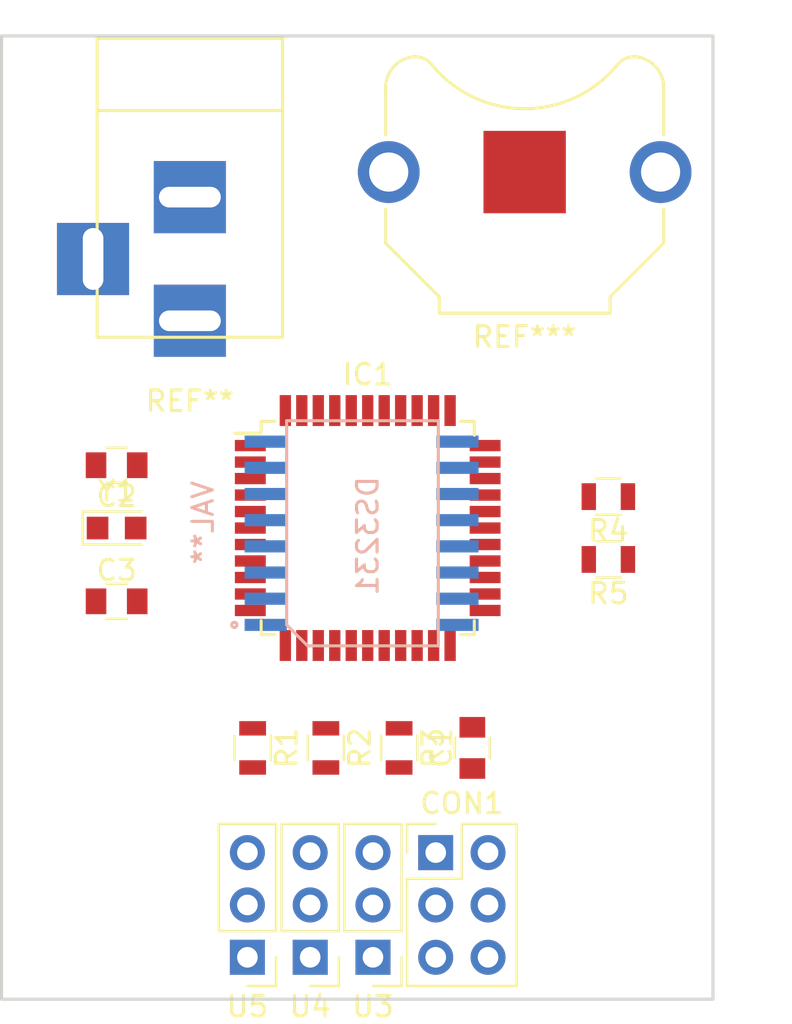
<source format=kicad_pcb>
(kicad_pcb (version 4) (host pcbnew 4.0.5)

  (general
    (links 0)
    (no_connects 24)
    (area 141.148999 56.820999 175.843001 103.707001)
    (thickness 1.6)
    (drawings 5)
    (tracks 0)
    (zones 0)
    (modules 17)
    (nets 33)
  )

  (page A4)
  (layers
    (0 F.Cu signal)
    (31 B.Cu signal)
    (32 B.Adhes user)
    (33 F.Adhes user)
    (34 B.Paste user)
    (35 F.Paste user)
    (36 B.SilkS user)
    (37 F.SilkS user)
    (38 B.Mask user)
    (39 F.Mask user)
    (40 Dwgs.User user)
    (41 Cmts.User user)
    (42 Eco1.User user)
    (43 Eco2.User user)
    (44 Edge.Cuts user)
    (45 Margin user)
    (46 B.CrtYd user)
    (47 F.CrtYd user)
    (48 B.Fab user)
    (49 F.Fab user)
  )

  (setup
    (last_trace_width 0.25)
    (trace_clearance 0.2)
    (zone_clearance 0.508)
    (zone_45_only no)
    (trace_min 0.2)
    (segment_width 0.2)
    (edge_width 0.15)
    (via_size 0.6)
    (via_drill 0.4)
    (via_min_size 0.4)
    (via_min_drill 0.3)
    (uvia_size 0.3)
    (uvia_drill 0.1)
    (uvias_allowed no)
    (uvia_min_size 0.2)
    (uvia_min_drill 0.1)
    (pcb_text_width 0.3)
    (pcb_text_size 1.5 1.5)
    (mod_edge_width 0.15)
    (mod_text_size 1 1)
    (mod_text_width 0.15)
    (pad_size 1.524 1.524)
    (pad_drill 0.762)
    (pad_to_mask_clearance 0.2)
    (aux_axis_origin 0 0)
    (visible_elements FFFFF77F)
    (pcbplotparams
      (layerselection 0x00030_80000001)
      (usegerberextensions false)
      (excludeedgelayer true)
      (linewidth 0.100000)
      (plotframeref false)
      (viasonmask false)
      (mode 1)
      (useauxorigin false)
      (hpglpennumber 1)
      (hpglpenspeed 20)
      (hpglpendiameter 15)
      (hpglpenoverlay 2)
      (psnegative false)
      (psa4output false)
      (plotreference true)
      (plotvalue true)
      (plotinvisibletext false)
      (padsonsilk false)
      (subtractmaskfromsilk false)
      (outputformat 1)
      (mirror false)
      (drillshape 1)
      (scaleselection 1)
      (outputdirectory ""))
  )

  (net 0 "")
  (net 1 "Net-(C1-Pad1)")
  (net 2 GND)
  (net 3 "Net-(C2-Pad2)")
  (net 4 "Net-(C3-Pad2)")
  (net 5 /LED1)
  (net 6 "Net-(IC1-Pad12)")
  (net 7 /LED2)
  (net 8 "Net-(IC1-Pad13)")
  (net 9 /LED3)
  (net 10 "Net-(IC1-Pad14)")
  (net 11 VCC)
  (net 12 SCL)
  (net 13 SDA)
  (net 14 "Net-(IC1-Pad1)")
  (net 15 "Net-(IC1-Pad2)")
  (net 16 "Net-(IC1-Pad9)")
  (net 17 "Net-(IC1-Pad10)")
  (net 18 "Net-(IC1-Pad11)")
  (net 19 /MOSI)
  (net 20 /MISO)
  (net 21 /SCK)
  (net 22 "Net-(IC1-Pad18)")
  (net 23 "Net-(IC1-Pad19)")
  (net 24 "Net-(IC1-Pad22)")
  (net 25 "Net-(IC1-Pad23)")
  (net 26 "Net-(IC1-Pad24)")
  (net 27 "Net-(IC1-Pad25)")
  (net 28 "Net-(IC1-Pad26)")
  (net 29 /RESET)
  (net 30 "Net-(IC1-Pad30)")
  (net 31 "Net-(IC1-Pad31)")
  (net 32 "Net-(IC1-Pad32)")

  (net_class Default "This is the default net class."
    (clearance 0.2)
    (trace_width 0.25)
    (via_dia 0.6)
    (via_drill 0.4)
    (uvia_dia 0.3)
    (uvia_drill 0.1)
    (add_net /LED1)
    (add_net /LED2)
    (add_net /LED3)
    (add_net /MISO)
    (add_net /MOSI)
    (add_net /RESET)
    (add_net /SCK)
    (add_net GND)
    (add_net "Net-(C1-Pad1)")
    (add_net "Net-(C2-Pad2)")
    (add_net "Net-(C3-Pad2)")
    (add_net "Net-(IC1-Pad1)")
    (add_net "Net-(IC1-Pad10)")
    (add_net "Net-(IC1-Pad11)")
    (add_net "Net-(IC1-Pad12)")
    (add_net "Net-(IC1-Pad13)")
    (add_net "Net-(IC1-Pad14)")
    (add_net "Net-(IC1-Pad18)")
    (add_net "Net-(IC1-Pad19)")
    (add_net "Net-(IC1-Pad2)")
    (add_net "Net-(IC1-Pad22)")
    (add_net "Net-(IC1-Pad23)")
    (add_net "Net-(IC1-Pad24)")
    (add_net "Net-(IC1-Pad25)")
    (add_net "Net-(IC1-Pad26)")
    (add_net "Net-(IC1-Pad30)")
    (add_net "Net-(IC1-Pad31)")
    (add_net "Net-(IC1-Pad32)")
    (add_net "Net-(IC1-Pad9)")
    (add_net SCL)
    (add_net SDA)
    (add_net VCC)
  )

  (module Capacitors_SMD:C_0805 (layer F.Cu) (tedit 58AA8463) (tstamp 58ACF01A)
    (at 164.084 91.44 90)
    (descr "Capacitor SMD 0805, reflow soldering, AVX (see smccp.pdf)")
    (tags "capacitor 0805")
    (path /58885A9D)
    (attr smd)
    (fp_text reference C1 (at 0 -1.5 90) (layer F.SilkS)
      (effects (font (size 1 1) (thickness 0.15)))
    )
    (fp_text value C (at 0 1.75 90) (layer F.Fab)
      (effects (font (size 1 1) (thickness 0.15)))
    )
    (fp_text user %R (at 0 -1.5 90) (layer F.Fab)
      (effects (font (size 1 1) (thickness 0.15)))
    )
    (fp_line (start -1 0.62) (end -1 -0.62) (layer F.Fab) (width 0.1))
    (fp_line (start 1 0.62) (end -1 0.62) (layer F.Fab) (width 0.1))
    (fp_line (start 1 -0.62) (end 1 0.62) (layer F.Fab) (width 0.1))
    (fp_line (start -1 -0.62) (end 1 -0.62) (layer F.Fab) (width 0.1))
    (fp_line (start 0.5 -0.85) (end -0.5 -0.85) (layer F.SilkS) (width 0.12))
    (fp_line (start -0.5 0.85) (end 0.5 0.85) (layer F.SilkS) (width 0.12))
    (fp_line (start -1.75 -0.88) (end 1.75 -0.88) (layer F.CrtYd) (width 0.05))
    (fp_line (start -1.75 -0.88) (end -1.75 0.87) (layer F.CrtYd) (width 0.05))
    (fp_line (start 1.75 0.87) (end 1.75 -0.88) (layer F.CrtYd) (width 0.05))
    (fp_line (start 1.75 0.87) (end -1.75 0.87) (layer F.CrtYd) (width 0.05))
    (pad 1 smd rect (at -1 0 90) (size 1 1.25) (layers F.Cu F.Paste F.Mask)
      (net 1 "Net-(C1-Pad1)"))
    (pad 2 smd rect (at 1 0 90) (size 1 1.25) (layers F.Cu F.Paste F.Mask)
      (net 2 GND))
    (model Capacitors_SMD.3dshapes/C_0805.wrl
      (at (xyz 0 0 0))
      (scale (xyz 1 1 1))
      (rotate (xyz 0 0 0))
    )
  )

  (module Capacitors_SMD:C_0805 (layer F.Cu) (tedit 58AA8463) (tstamp 58ACF020)
    (at 146.812 77.724 180)
    (descr "Capacitor SMD 0805, reflow soldering, AVX (see smccp.pdf)")
    (tags "capacitor 0805")
    (path /5887FD1F)
    (attr smd)
    (fp_text reference C2 (at 0 -1.5 180) (layer F.SilkS)
      (effects (font (size 1 1) (thickness 0.15)))
    )
    (fp_text value 10pF (at 0 1.75 180) (layer F.Fab)
      (effects (font (size 1 1) (thickness 0.15)))
    )
    (fp_text user %R (at 0 -1.5 180) (layer F.Fab)
      (effects (font (size 1 1) (thickness 0.15)))
    )
    (fp_line (start -1 0.62) (end -1 -0.62) (layer F.Fab) (width 0.1))
    (fp_line (start 1 0.62) (end -1 0.62) (layer F.Fab) (width 0.1))
    (fp_line (start 1 -0.62) (end 1 0.62) (layer F.Fab) (width 0.1))
    (fp_line (start -1 -0.62) (end 1 -0.62) (layer F.Fab) (width 0.1))
    (fp_line (start 0.5 -0.85) (end -0.5 -0.85) (layer F.SilkS) (width 0.12))
    (fp_line (start -0.5 0.85) (end 0.5 0.85) (layer F.SilkS) (width 0.12))
    (fp_line (start -1.75 -0.88) (end 1.75 -0.88) (layer F.CrtYd) (width 0.05))
    (fp_line (start -1.75 -0.88) (end -1.75 0.87) (layer F.CrtYd) (width 0.05))
    (fp_line (start 1.75 0.87) (end 1.75 -0.88) (layer F.CrtYd) (width 0.05))
    (fp_line (start 1.75 0.87) (end -1.75 0.87) (layer F.CrtYd) (width 0.05))
    (pad 1 smd rect (at -1 0 180) (size 1 1.25) (layers F.Cu F.Paste F.Mask)
      (net 2 GND))
    (pad 2 smd rect (at 1 0 180) (size 1 1.25) (layers F.Cu F.Paste F.Mask)
      (net 3 "Net-(C2-Pad2)"))
    (model Capacitors_SMD.3dshapes/C_0805.wrl
      (at (xyz 0 0 0))
      (scale (xyz 1 1 1))
      (rotate (xyz 0 0 0))
    )
  )

  (module Capacitors_SMD:C_0805 (layer F.Cu) (tedit 58AA8463) (tstamp 58ACF026)
    (at 146.812 84.328)
    (descr "Capacitor SMD 0805, reflow soldering, AVX (see smccp.pdf)")
    (tags "capacitor 0805")
    (path /5887FCCF)
    (attr smd)
    (fp_text reference C3 (at 0 -1.5) (layer F.SilkS)
      (effects (font (size 1 1) (thickness 0.15)))
    )
    (fp_text value 10pF (at 0 1.75) (layer F.Fab)
      (effects (font (size 1 1) (thickness 0.15)))
    )
    (fp_text user %R (at 0 -1.5) (layer F.Fab)
      (effects (font (size 1 1) (thickness 0.15)))
    )
    (fp_line (start -1 0.62) (end -1 -0.62) (layer F.Fab) (width 0.1))
    (fp_line (start 1 0.62) (end -1 0.62) (layer F.Fab) (width 0.1))
    (fp_line (start 1 -0.62) (end 1 0.62) (layer F.Fab) (width 0.1))
    (fp_line (start -1 -0.62) (end 1 -0.62) (layer F.Fab) (width 0.1))
    (fp_line (start 0.5 -0.85) (end -0.5 -0.85) (layer F.SilkS) (width 0.12))
    (fp_line (start -0.5 0.85) (end 0.5 0.85) (layer F.SilkS) (width 0.12))
    (fp_line (start -1.75 -0.88) (end 1.75 -0.88) (layer F.CrtYd) (width 0.05))
    (fp_line (start -1.75 -0.88) (end -1.75 0.87) (layer F.CrtYd) (width 0.05))
    (fp_line (start 1.75 0.87) (end 1.75 -0.88) (layer F.CrtYd) (width 0.05))
    (fp_line (start 1.75 0.87) (end -1.75 0.87) (layer F.CrtYd) (width 0.05))
    (pad 1 smd rect (at -1 0) (size 1 1.25) (layers F.Cu F.Paste F.Mask)
      (net 2 GND))
    (pad 2 smd rect (at 1 0) (size 1 1.25) (layers F.Cu F.Paste F.Mask)
      (net 4 "Net-(C3-Pad2)"))
    (model Capacitors_SMD.3dshapes/C_0805.wrl
      (at (xyz 0 0 0))
      (scale (xyz 1 1 1))
      (rotate (xyz 0 0 0))
    )
  )

  (module Resistors_SMD:R_0805 (layer F.Cu) (tedit 58ACF3D9) (tstamp 58ACF02C)
    (at 153.416 91.44 270)
    (descr "Resistor SMD 0805, reflow soldering, Vishay (see dcrcw.pdf)")
    (tags "resistor 0805")
    (path /5888257D)
    (attr smd)
    (fp_text reference R1 (at 0 -1.65 270) (layer F.SilkS)
      (effects (font (size 1 1) (thickness 0.15)))
    )
    (fp_text value 220 (at 0 1.75 450) (layer F.Fab)
      (effects (font (size 1 1) (thickness 0.15)))
    )
    (fp_text user %R (at 0 -1.65 270) (layer F.Fab)
      (effects (font (size 1 1) (thickness 0.15)))
    )
    (fp_line (start -1 0.62) (end -1 -0.62) (layer F.Fab) (width 0.1))
    (fp_line (start 1 0.62) (end -1 0.62) (layer F.Fab) (width 0.1))
    (fp_line (start 1 -0.62) (end 1 0.62) (layer F.Fab) (width 0.1))
    (fp_line (start -1 -0.62) (end 1 -0.62) (layer F.Fab) (width 0.1))
    (fp_line (start 0.6 0.88) (end -0.6 0.88) (layer F.SilkS) (width 0.12))
    (fp_line (start -0.6 -0.88) (end 0.6 -0.88) (layer F.SilkS) (width 0.12))
    (fp_line (start -1.55 -0.9) (end 1.55 -0.9) (layer F.CrtYd) (width 0.05))
    (fp_line (start -1.55 -0.9) (end -1.55 0.9) (layer F.CrtYd) (width 0.05))
    (fp_line (start 1.55 0.9) (end 1.55 -0.9) (layer F.CrtYd) (width 0.05))
    (fp_line (start 1.55 0.9) (end -1.55 0.9) (layer F.CrtYd) (width 0.05))
    (pad 1 smd rect (at -0.95 0 270) (size 0.7 1.3) (layers F.Cu F.Paste F.Mask)
      (net 5 /LED1))
    (pad 2 smd rect (at 0.95 0 270) (size 0.7 1.3) (layers F.Cu F.Paste F.Mask)
      (net 6 "Net-(IC1-Pad12)"))
    (model Resistors_SMD.3dshapes/R_0805.wrl
      (at (xyz 0 0 0))
      (scale (xyz 1 1 1))
      (rotate (xyz 0 0 0))
    )
  )

  (module Resistors_SMD:R_0805 (layer F.Cu) (tedit 58AADA8F) (tstamp 58ACF032)
    (at 156.972 91.44 270)
    (descr "Resistor SMD 0805, reflow soldering, Vishay (see dcrcw.pdf)")
    (tags "resistor 0805")
    (path /58882698)
    (attr smd)
    (fp_text reference R2 (at 0 -1.65 270) (layer F.SilkS)
      (effects (font (size 1 1) (thickness 0.15)))
    )
    (fp_text value 220 (at 0 1.75 270) (layer F.Fab)
      (effects (font (size 1 1) (thickness 0.15)))
    )
    (fp_text user %R (at 0 -1.65 270) (layer F.Fab)
      (effects (font (size 1 1) (thickness 0.15)))
    )
    (fp_line (start -1 0.62) (end -1 -0.62) (layer F.Fab) (width 0.1))
    (fp_line (start 1 0.62) (end -1 0.62) (layer F.Fab) (width 0.1))
    (fp_line (start 1 -0.62) (end 1 0.62) (layer F.Fab) (width 0.1))
    (fp_line (start -1 -0.62) (end 1 -0.62) (layer F.Fab) (width 0.1))
    (fp_line (start 0.6 0.88) (end -0.6 0.88) (layer F.SilkS) (width 0.12))
    (fp_line (start -0.6 -0.88) (end 0.6 -0.88) (layer F.SilkS) (width 0.12))
    (fp_line (start -1.55 -0.9) (end 1.55 -0.9) (layer F.CrtYd) (width 0.05))
    (fp_line (start -1.55 -0.9) (end -1.55 0.9) (layer F.CrtYd) (width 0.05))
    (fp_line (start 1.55 0.9) (end 1.55 -0.9) (layer F.CrtYd) (width 0.05))
    (fp_line (start 1.55 0.9) (end -1.55 0.9) (layer F.CrtYd) (width 0.05))
    (pad 1 smd rect (at -0.95 0 270) (size 0.7 1.3) (layers F.Cu F.Paste F.Mask)
      (net 7 /LED2))
    (pad 2 smd rect (at 0.95 0 270) (size 0.7 1.3) (layers F.Cu F.Paste F.Mask)
      (net 8 "Net-(IC1-Pad13)"))
    (model Resistors_SMD.3dshapes/R_0805.wrl
      (at (xyz 0 0 0))
      (scale (xyz 1 1 1))
      (rotate (xyz 0 0 0))
    )
  )

  (module Resistors_SMD:R_0805 (layer F.Cu) (tedit 58AADA8F) (tstamp 58ACF038)
    (at 160.528 91.44 270)
    (descr "Resistor SMD 0805, reflow soldering, Vishay (see dcrcw.pdf)")
    (tags "resistor 0805")
    (path /58882725)
    (attr smd)
    (fp_text reference R3 (at 0 -1.65 270) (layer F.SilkS)
      (effects (font (size 1 1) (thickness 0.15)))
    )
    (fp_text value 220 (at 0 1.75 270) (layer F.Fab)
      (effects (font (size 1 1) (thickness 0.15)))
    )
    (fp_text user %R (at 0 -1.65 270) (layer F.Fab)
      (effects (font (size 1 1) (thickness 0.15)))
    )
    (fp_line (start -1 0.62) (end -1 -0.62) (layer F.Fab) (width 0.1))
    (fp_line (start 1 0.62) (end -1 0.62) (layer F.Fab) (width 0.1))
    (fp_line (start 1 -0.62) (end 1 0.62) (layer F.Fab) (width 0.1))
    (fp_line (start -1 -0.62) (end 1 -0.62) (layer F.Fab) (width 0.1))
    (fp_line (start 0.6 0.88) (end -0.6 0.88) (layer F.SilkS) (width 0.12))
    (fp_line (start -0.6 -0.88) (end 0.6 -0.88) (layer F.SilkS) (width 0.12))
    (fp_line (start -1.55 -0.9) (end 1.55 -0.9) (layer F.CrtYd) (width 0.05))
    (fp_line (start -1.55 -0.9) (end -1.55 0.9) (layer F.CrtYd) (width 0.05))
    (fp_line (start 1.55 0.9) (end 1.55 -0.9) (layer F.CrtYd) (width 0.05))
    (fp_line (start 1.55 0.9) (end -1.55 0.9) (layer F.CrtYd) (width 0.05))
    (pad 1 smd rect (at -0.95 0 270) (size 0.7 1.3) (layers F.Cu F.Paste F.Mask)
      (net 9 /LED3))
    (pad 2 smd rect (at 0.95 0 270) (size 0.7 1.3) (layers F.Cu F.Paste F.Mask)
      (net 10 "Net-(IC1-Pad14)"))
    (model Resistors_SMD.3dshapes/R_0805.wrl
      (at (xyz 0 0 0))
      (scale (xyz 1 1 1))
      (rotate (xyz 0 0 0))
    )
  )

  (module Resistors_SMD:R_0805 (layer F.Cu) (tedit 58AADA8F) (tstamp 58ACF03E)
    (at 170.688 79.248 180)
    (descr "Resistor SMD 0805, reflow soldering, Vishay (see dcrcw.pdf)")
    (tags "resistor 0805")
    (path /5887F797)
    (attr smd)
    (fp_text reference R4 (at 0 -1.65 180) (layer F.SilkS)
      (effects (font (size 1 1) (thickness 0.15)))
    )
    (fp_text value 1k (at 0 1.75 180) (layer F.Fab)
      (effects (font (size 1 1) (thickness 0.15)))
    )
    (fp_text user %R (at 0 -1.65 180) (layer F.Fab)
      (effects (font (size 1 1) (thickness 0.15)))
    )
    (fp_line (start -1 0.62) (end -1 -0.62) (layer F.Fab) (width 0.1))
    (fp_line (start 1 0.62) (end -1 0.62) (layer F.Fab) (width 0.1))
    (fp_line (start 1 -0.62) (end 1 0.62) (layer F.Fab) (width 0.1))
    (fp_line (start -1 -0.62) (end 1 -0.62) (layer F.Fab) (width 0.1))
    (fp_line (start 0.6 0.88) (end -0.6 0.88) (layer F.SilkS) (width 0.12))
    (fp_line (start -0.6 -0.88) (end 0.6 -0.88) (layer F.SilkS) (width 0.12))
    (fp_line (start -1.55 -0.9) (end 1.55 -0.9) (layer F.CrtYd) (width 0.05))
    (fp_line (start -1.55 -0.9) (end -1.55 0.9) (layer F.CrtYd) (width 0.05))
    (fp_line (start 1.55 0.9) (end 1.55 -0.9) (layer F.CrtYd) (width 0.05))
    (fp_line (start 1.55 0.9) (end -1.55 0.9) (layer F.CrtYd) (width 0.05))
    (pad 1 smd rect (at -0.95 0 180) (size 0.7 1.3) (layers F.Cu F.Paste F.Mask)
      (net 11 VCC))
    (pad 2 smd rect (at 0.95 0 180) (size 0.7 1.3) (layers F.Cu F.Paste F.Mask)
      (net 12 SCL))
    (model Resistors_SMD.3dshapes/R_0805.wrl
      (at (xyz 0 0 0))
      (scale (xyz 1 1 1))
      (rotate (xyz 0 0 0))
    )
  )

  (module Resistors_SMD:R_0805 (layer F.Cu) (tedit 58AADA8F) (tstamp 58ACF044)
    (at 170.688 82.296 180)
    (descr "Resistor SMD 0805, reflow soldering, Vishay (see dcrcw.pdf)")
    (tags "resistor 0805")
    (path /5887F7D6)
    (attr smd)
    (fp_text reference R5 (at 0 -1.65 180) (layer F.SilkS)
      (effects (font (size 1 1) (thickness 0.15)))
    )
    (fp_text value 1k (at 0 1.75 180) (layer F.Fab)
      (effects (font (size 1 1) (thickness 0.15)))
    )
    (fp_text user %R (at 0 -1.65 180) (layer F.Fab)
      (effects (font (size 1 1) (thickness 0.15)))
    )
    (fp_line (start -1 0.62) (end -1 -0.62) (layer F.Fab) (width 0.1))
    (fp_line (start 1 0.62) (end -1 0.62) (layer F.Fab) (width 0.1))
    (fp_line (start 1 -0.62) (end 1 0.62) (layer F.Fab) (width 0.1))
    (fp_line (start -1 -0.62) (end 1 -0.62) (layer F.Fab) (width 0.1))
    (fp_line (start 0.6 0.88) (end -0.6 0.88) (layer F.SilkS) (width 0.12))
    (fp_line (start -0.6 -0.88) (end 0.6 -0.88) (layer F.SilkS) (width 0.12))
    (fp_line (start -1.55 -0.9) (end 1.55 -0.9) (layer F.CrtYd) (width 0.05))
    (fp_line (start -1.55 -0.9) (end -1.55 0.9) (layer F.CrtYd) (width 0.05))
    (fp_line (start 1.55 0.9) (end 1.55 -0.9) (layer F.CrtYd) (width 0.05))
    (fp_line (start 1.55 0.9) (end -1.55 0.9) (layer F.CrtYd) (width 0.05))
    (pad 1 smd rect (at -0.95 0 180) (size 0.7 1.3) (layers F.Cu F.Paste F.Mask)
      (net 11 VCC))
    (pad 2 smd rect (at 0.95 0 180) (size 0.7 1.3) (layers F.Cu F.Paste F.Mask)
      (net 13 SDA))
    (model Resistors_SMD.3dshapes/R_0805.wrl
      (at (xyz 0 0 0))
      (scale (xyz 1 1 1))
      (rotate (xyz 0 0 0))
    )
  )

  (module Housings_QFP:TQFP-44_10x10mm_Pitch0.8mm (layer F.Cu) (tedit 54130A77) (tstamp 58ACF21A)
    (at 159.004 80.772)
    (descr "44-Lead Plastic Thin Quad Flatpack (PT) - 10x10x1.0 mm Body [TQFP] (see Microchip Packaging Specification 00000049BS.pdf)")
    (tags "QFP 0.8")
    (path /589159C8)
    (attr smd)
    (fp_text reference IC1 (at 0 -7.45) (layer F.SilkS)
      (effects (font (size 1 1) (thickness 0.15)))
    )
    (fp_text value ATMEGA328P-A (at 0 7.45) (layer F.Fab)
      (effects (font (size 1 1) (thickness 0.15)))
    )
    (fp_text user %R (at 0 0) (layer F.Fab)
      (effects (font (size 1 1) (thickness 0.15)))
    )
    (fp_line (start -4 -5) (end 5 -5) (layer F.Fab) (width 0.15))
    (fp_line (start 5 -5) (end 5 5) (layer F.Fab) (width 0.15))
    (fp_line (start 5 5) (end -5 5) (layer F.Fab) (width 0.15))
    (fp_line (start -5 5) (end -5 -4) (layer F.Fab) (width 0.15))
    (fp_line (start -5 -4) (end -4 -5) (layer F.Fab) (width 0.15))
    (fp_line (start -6.7 -6.7) (end -6.7 6.7) (layer F.CrtYd) (width 0.05))
    (fp_line (start 6.7 -6.7) (end 6.7 6.7) (layer F.CrtYd) (width 0.05))
    (fp_line (start -6.7 -6.7) (end 6.7 -6.7) (layer F.CrtYd) (width 0.05))
    (fp_line (start -6.7 6.7) (end 6.7 6.7) (layer F.CrtYd) (width 0.05))
    (fp_line (start -5.175 -5.175) (end -5.175 -4.6) (layer F.SilkS) (width 0.15))
    (fp_line (start 5.175 -5.175) (end 5.175 -4.5) (layer F.SilkS) (width 0.15))
    (fp_line (start 5.175 5.175) (end 5.175 4.5) (layer F.SilkS) (width 0.15))
    (fp_line (start -5.175 5.175) (end -5.175 4.5) (layer F.SilkS) (width 0.15))
    (fp_line (start -5.175 -5.175) (end -4.5 -5.175) (layer F.SilkS) (width 0.15))
    (fp_line (start -5.175 5.175) (end -4.5 5.175) (layer F.SilkS) (width 0.15))
    (fp_line (start 5.175 5.175) (end 4.5 5.175) (layer F.SilkS) (width 0.15))
    (fp_line (start 5.175 -5.175) (end 4.5 -5.175) (layer F.SilkS) (width 0.15))
    (fp_line (start -5.175 -4.6) (end -6.45 -4.6) (layer F.SilkS) (width 0.15))
    (pad 1 smd rect (at -5.7 -4) (size 1.5 0.55) (layers F.Cu F.Paste F.Mask)
      (net 14 "Net-(IC1-Pad1)"))
    (pad 2 smd rect (at -5.7 -3.2) (size 1.5 0.55) (layers F.Cu F.Paste F.Mask)
      (net 15 "Net-(IC1-Pad2)"))
    (pad 3 smd rect (at -5.7 -2.4) (size 1.5 0.55) (layers F.Cu F.Paste F.Mask)
      (net 2 GND))
    (pad 4 smd rect (at -5.7 -1.6) (size 1.5 0.55) (layers F.Cu F.Paste F.Mask)
      (net 11 VCC))
    (pad 5 smd rect (at -5.7 -0.8) (size 1.5 0.55) (layers F.Cu F.Paste F.Mask)
      (net 2 GND))
    (pad 6 smd rect (at -5.7 0) (size 1.5 0.55) (layers F.Cu F.Paste F.Mask)
      (net 11 VCC))
    (pad 7 smd rect (at -5.7 0.8) (size 1.5 0.55) (layers F.Cu F.Paste F.Mask)
      (net 3 "Net-(C2-Pad2)"))
    (pad 8 smd rect (at -5.7 1.6) (size 1.5 0.55) (layers F.Cu F.Paste F.Mask)
      (net 4 "Net-(C3-Pad2)"))
    (pad 9 smd rect (at -5.7 2.4) (size 1.5 0.55) (layers F.Cu F.Paste F.Mask)
      (net 16 "Net-(IC1-Pad9)"))
    (pad 10 smd rect (at -5.7 3.2) (size 1.5 0.55) (layers F.Cu F.Paste F.Mask)
      (net 17 "Net-(IC1-Pad10)"))
    (pad 11 smd rect (at -5.7 4) (size 1.5 0.55) (layers F.Cu F.Paste F.Mask)
      (net 18 "Net-(IC1-Pad11)"))
    (pad 12 smd rect (at -4 5.7 90) (size 1.5 0.55) (layers F.Cu F.Paste F.Mask)
      (net 6 "Net-(IC1-Pad12)"))
    (pad 13 smd rect (at -3.2 5.7 90) (size 1.5 0.55) (layers F.Cu F.Paste F.Mask)
      (net 8 "Net-(IC1-Pad13)"))
    (pad 14 smd rect (at -2.4 5.7 90) (size 1.5 0.55) (layers F.Cu F.Paste F.Mask)
      (net 10 "Net-(IC1-Pad14)"))
    (pad 15 smd rect (at -1.6 5.7 90) (size 1.5 0.55) (layers F.Cu F.Paste F.Mask)
      (net 19 /MOSI))
    (pad 16 smd rect (at -0.8 5.7 90) (size 1.5 0.55) (layers F.Cu F.Paste F.Mask)
      (net 20 /MISO))
    (pad 17 smd rect (at 0 5.7 90) (size 1.5 0.55) (layers F.Cu F.Paste F.Mask)
      (net 21 /SCK))
    (pad 18 smd rect (at 0.8 5.7 90) (size 1.5 0.55) (layers F.Cu F.Paste F.Mask)
      (net 22 "Net-(IC1-Pad18)"))
    (pad 19 smd rect (at 1.6 5.7 90) (size 1.5 0.55) (layers F.Cu F.Paste F.Mask)
      (net 23 "Net-(IC1-Pad19)"))
    (pad 20 smd rect (at 2.4 5.7 90) (size 1.5 0.55) (layers F.Cu F.Paste F.Mask)
      (net 1 "Net-(C1-Pad1)"))
    (pad 21 smd rect (at 3.2 5.7 90) (size 1.5 0.55) (layers F.Cu F.Paste F.Mask)
      (net 2 GND))
    (pad 22 smd rect (at 4 5.7 90) (size 1.5 0.55) (layers F.Cu F.Paste F.Mask)
      (net 24 "Net-(IC1-Pad22)"))
    (pad 23 smd rect (at 5.7 4) (size 1.5 0.55) (layers F.Cu F.Paste F.Mask)
      (net 25 "Net-(IC1-Pad23)"))
    (pad 24 smd rect (at 5.7 3.2) (size 1.5 0.55) (layers F.Cu F.Paste F.Mask)
      (net 26 "Net-(IC1-Pad24)"))
    (pad 25 smd rect (at 5.7 2.4) (size 1.5 0.55) (layers F.Cu F.Paste F.Mask)
      (net 27 "Net-(IC1-Pad25)"))
    (pad 26 smd rect (at 5.7 1.6) (size 1.5 0.55) (layers F.Cu F.Paste F.Mask)
      (net 28 "Net-(IC1-Pad26)"))
    (pad 27 smd rect (at 5.7 0.8) (size 1.5 0.55) (layers F.Cu F.Paste F.Mask)
      (net 13 SDA))
    (pad 28 smd rect (at 5.7 0) (size 1.5 0.55) (layers F.Cu F.Paste F.Mask)
      (net 12 SCL))
    (pad 29 smd rect (at 5.7 -0.8) (size 1.5 0.55) (layers F.Cu F.Paste F.Mask)
      (net 29 /RESET))
    (pad 30 smd rect (at 5.7 -1.6) (size 1.5 0.55) (layers F.Cu F.Paste F.Mask)
      (net 30 "Net-(IC1-Pad30)"))
    (pad 31 smd rect (at 5.7 -2.4) (size 1.5 0.55) (layers F.Cu F.Paste F.Mask)
      (net 31 "Net-(IC1-Pad31)"))
    (pad 32 smd rect (at 5.7 -3.2) (size 1.5 0.55) (layers F.Cu F.Paste F.Mask)
      (net 32 "Net-(IC1-Pad32)"))
    (pad 33 smd rect (at 5.7 -4) (size 1.5 0.55) (layers F.Cu F.Paste F.Mask))
    (pad 34 smd rect (at 4 -5.7 90) (size 1.5 0.55) (layers F.Cu F.Paste F.Mask))
    (pad 35 smd rect (at 3.2 -5.7 90) (size 1.5 0.55) (layers F.Cu F.Paste F.Mask))
    (pad 36 smd rect (at 2.4 -5.7 90) (size 1.5 0.55) (layers F.Cu F.Paste F.Mask))
    (pad 37 smd rect (at 1.6 -5.7 90) (size 1.5 0.55) (layers F.Cu F.Paste F.Mask))
    (pad 38 smd rect (at 0.8 -5.7 90) (size 1.5 0.55) (layers F.Cu F.Paste F.Mask))
    (pad 39 smd rect (at 0 -5.7 90) (size 1.5 0.55) (layers F.Cu F.Paste F.Mask))
    (pad 40 smd rect (at -0.8 -5.7 90) (size 1.5 0.55) (layers F.Cu F.Paste F.Mask))
    (pad 41 smd rect (at -1.6 -5.7 90) (size 1.5 0.55) (layers F.Cu F.Paste F.Mask))
    (pad 42 smd rect (at -2.4 -5.7 90) (size 1.5 0.55) (layers F.Cu F.Paste F.Mask))
    (pad 43 smd rect (at -3.2 -5.7 90) (size 1.5 0.55) (layers F.Cu F.Paste F.Mask))
    (pad 44 smd rect (at -4 -5.7 90) (size 1.5 0.55) (layers F.Cu F.Paste F.Mask))
    (model Housings_QFP.3dshapes/TQFP-44_10x10mm_Pitch0.8mm.wrl
      (at (xyz 0 0 0))
      (scale (xyz 1 1 1))
      (rotate (xyz 0 0 0))
    )
  )

  (module Pin_Headers:Pin_Header_Straight_2x03_Pitch2.54mm (layer F.Cu) (tedit 5862ED53) (tstamp 58ACF398)
    (at 162.306 96.52)
    (descr "Through hole straight pin header, 2x03, 2.54mm pitch, double rows")
    (tags "Through hole pin header THT 2x03 2.54mm double row")
    (path /58915B8E)
    (fp_text reference CON1 (at 1.27 -2.39) (layer F.SilkS)
      (effects (font (size 1 1) (thickness 0.15)))
    )
    (fp_text value AVR-ISP-6 (at 1.27 7.47) (layer F.Fab)
      (effects (font (size 1 1) (thickness 0.15)))
    )
    (fp_line (start -1.27 -1.27) (end -1.27 6.35) (layer F.Fab) (width 0.1))
    (fp_line (start -1.27 6.35) (end 3.81 6.35) (layer F.Fab) (width 0.1))
    (fp_line (start 3.81 6.35) (end 3.81 -1.27) (layer F.Fab) (width 0.1))
    (fp_line (start 3.81 -1.27) (end -1.27 -1.27) (layer F.Fab) (width 0.1))
    (fp_line (start -1.39 1.27) (end -1.39 6.47) (layer F.SilkS) (width 0.12))
    (fp_line (start -1.39 6.47) (end 3.93 6.47) (layer F.SilkS) (width 0.12))
    (fp_line (start 3.93 6.47) (end 3.93 -1.39) (layer F.SilkS) (width 0.12))
    (fp_line (start 3.93 -1.39) (end 1.27 -1.39) (layer F.SilkS) (width 0.12))
    (fp_line (start 1.27 -1.39) (end 1.27 1.27) (layer F.SilkS) (width 0.12))
    (fp_line (start 1.27 1.27) (end -1.39 1.27) (layer F.SilkS) (width 0.12))
    (fp_line (start -1.39 0) (end -1.39 -1.39) (layer F.SilkS) (width 0.12))
    (fp_line (start -1.39 -1.39) (end 0 -1.39) (layer F.SilkS) (width 0.12))
    (fp_line (start -1.6 -1.6) (end -1.6 6.6) (layer F.CrtYd) (width 0.05))
    (fp_line (start -1.6 6.6) (end 4.1 6.6) (layer F.CrtYd) (width 0.05))
    (fp_line (start 4.1 6.6) (end 4.1 -1.6) (layer F.CrtYd) (width 0.05))
    (fp_line (start 4.1 -1.6) (end -1.6 -1.6) (layer F.CrtYd) (width 0.05))
    (pad 1 thru_hole rect (at 0 0) (size 1.7 1.7) (drill 1) (layers *.Cu *.Mask)
      (net 20 /MISO))
    (pad 2 thru_hole oval (at 2.54 0) (size 1.7 1.7) (drill 1) (layers *.Cu *.Mask)
      (net 11 VCC))
    (pad 3 thru_hole oval (at 0 2.54) (size 1.7 1.7) (drill 1) (layers *.Cu *.Mask)
      (net 21 /SCK))
    (pad 4 thru_hole oval (at 2.54 2.54) (size 1.7 1.7) (drill 1) (layers *.Cu *.Mask)
      (net 19 /MOSI))
    (pad 5 thru_hole oval (at 0 5.08) (size 1.7 1.7) (drill 1) (layers *.Cu *.Mask)
      (net 29 /RESET))
    (pad 6 thru_hole oval (at 2.54 5.08) (size 1.7 1.7) (drill 1) (layers *.Cu *.Mask)
      (net 2 GND))
    (model Pin_Headers.3dshapes/Pin_Header_Straight_2x03_Pitch2.54mm.wrl
      (at (xyz 0.05 -0.1 0))
      (scale (xyz 1 1 1))
      (rotate (xyz 0 0 90))
    )
  )

  (module Pin_Headers:Pin_Header_Straight_1x03_Pitch2.54mm (layer F.Cu) (tedit 5862ED52) (tstamp 58ACF39F)
    (at 159.258 101.6 180)
    (descr "Through hole straight pin header, 1x03, 2.54mm pitch, single row")
    (tags "Through hole pin header THT 1x03 2.54mm single row")
    (path /58ACEEBD)
    (fp_text reference U3 (at 0 -2.39 180) (layer F.SilkS)
      (effects (font (size 1 1) (thickness 0.15)))
    )
    (fp_text value clock_header (at 0 7.47 180) (layer F.Fab)
      (effects (font (size 1 1) (thickness 0.15)))
    )
    (fp_line (start -1.27 -1.27) (end -1.27 6.35) (layer F.Fab) (width 0.1))
    (fp_line (start -1.27 6.35) (end 1.27 6.35) (layer F.Fab) (width 0.1))
    (fp_line (start 1.27 6.35) (end 1.27 -1.27) (layer F.Fab) (width 0.1))
    (fp_line (start 1.27 -1.27) (end -1.27 -1.27) (layer F.Fab) (width 0.1))
    (fp_line (start -1.39 1.27) (end -1.39 6.47) (layer F.SilkS) (width 0.12))
    (fp_line (start -1.39 6.47) (end 1.39 6.47) (layer F.SilkS) (width 0.12))
    (fp_line (start 1.39 6.47) (end 1.39 1.27) (layer F.SilkS) (width 0.12))
    (fp_line (start 1.39 1.27) (end -1.39 1.27) (layer F.SilkS) (width 0.12))
    (fp_line (start -1.39 0) (end -1.39 -1.39) (layer F.SilkS) (width 0.12))
    (fp_line (start -1.39 -1.39) (end 0 -1.39) (layer F.SilkS) (width 0.12))
    (fp_line (start -1.6 -1.6) (end -1.6 6.6) (layer F.CrtYd) (width 0.05))
    (fp_line (start -1.6 6.6) (end 1.6 6.6) (layer F.CrtYd) (width 0.05))
    (fp_line (start 1.6 6.6) (end 1.6 -1.6) (layer F.CrtYd) (width 0.05))
    (fp_line (start 1.6 -1.6) (end -1.6 -1.6) (layer F.CrtYd) (width 0.05))
    (pad 1 thru_hole rect (at 0 0 180) (size 1.7 1.7) (drill 1) (layers *.Cu *.Mask))
    (pad 2 thru_hole oval (at 0 2.54 180) (size 1.7 1.7) (drill 1) (layers *.Cu *.Mask))
    (pad 3 thru_hole oval (at 0 5.08 180) (size 1.7 1.7) (drill 1) (layers *.Cu *.Mask))
    (model Pin_Headers.3dshapes/Pin_Header_Straight_1x03_Pitch2.54mm.wrl
      (at (xyz 0 -0.1 0))
      (scale (xyz 1 1 1))
      (rotate (xyz 0 0 90))
    )
  )

  (module Pin_Headers:Pin_Header_Straight_1x03_Pitch2.54mm (layer F.Cu) (tedit 5862ED52) (tstamp 58ACF3A6)
    (at 156.21 101.6 180)
    (descr "Through hole straight pin header, 1x03, 2.54mm pitch, single row")
    (tags "Through hole pin header THT 1x03 2.54mm single row")
    (path /58ACF06C)
    (fp_text reference U4 (at 0 -2.39 180) (layer F.SilkS)
      (effects (font (size 1 1) (thickness 0.15)))
    )
    (fp_text value clock_header (at 0 7.47 180) (layer F.Fab)
      (effects (font (size 1 1) (thickness 0.15)))
    )
    (fp_line (start -1.27 -1.27) (end -1.27 6.35) (layer F.Fab) (width 0.1))
    (fp_line (start -1.27 6.35) (end 1.27 6.35) (layer F.Fab) (width 0.1))
    (fp_line (start 1.27 6.35) (end 1.27 -1.27) (layer F.Fab) (width 0.1))
    (fp_line (start 1.27 -1.27) (end -1.27 -1.27) (layer F.Fab) (width 0.1))
    (fp_line (start -1.39 1.27) (end -1.39 6.47) (layer F.SilkS) (width 0.12))
    (fp_line (start -1.39 6.47) (end 1.39 6.47) (layer F.SilkS) (width 0.12))
    (fp_line (start 1.39 6.47) (end 1.39 1.27) (layer F.SilkS) (width 0.12))
    (fp_line (start 1.39 1.27) (end -1.39 1.27) (layer F.SilkS) (width 0.12))
    (fp_line (start -1.39 0) (end -1.39 -1.39) (layer F.SilkS) (width 0.12))
    (fp_line (start -1.39 -1.39) (end 0 -1.39) (layer F.SilkS) (width 0.12))
    (fp_line (start -1.6 -1.6) (end -1.6 6.6) (layer F.CrtYd) (width 0.05))
    (fp_line (start -1.6 6.6) (end 1.6 6.6) (layer F.CrtYd) (width 0.05))
    (fp_line (start 1.6 6.6) (end 1.6 -1.6) (layer F.CrtYd) (width 0.05))
    (fp_line (start 1.6 -1.6) (end -1.6 -1.6) (layer F.CrtYd) (width 0.05))
    (pad 1 thru_hole rect (at 0 0 180) (size 1.7 1.7) (drill 1) (layers *.Cu *.Mask))
    (pad 2 thru_hole oval (at 0 2.54 180) (size 1.7 1.7) (drill 1) (layers *.Cu *.Mask))
    (pad 3 thru_hole oval (at 0 5.08 180) (size 1.7 1.7) (drill 1) (layers *.Cu *.Mask))
    (model Pin_Headers.3dshapes/Pin_Header_Straight_1x03_Pitch2.54mm.wrl
      (at (xyz 0 -0.1 0))
      (scale (xyz 1 1 1))
      (rotate (xyz 0 0 90))
    )
  )

  (module Pin_Headers:Pin_Header_Straight_1x03_Pitch2.54mm (layer F.Cu) (tedit 5862ED52) (tstamp 58ACF3AD)
    (at 153.162 101.6 180)
    (descr "Through hole straight pin header, 1x03, 2.54mm pitch, single row")
    (tags "Through hole pin header THT 1x03 2.54mm single row")
    (path /58ACF0C9)
    (fp_text reference U5 (at 0 -2.39 180) (layer F.SilkS)
      (effects (font (size 1 1) (thickness 0.15)))
    )
    (fp_text value clock_header (at 0 7.47 180) (layer F.Fab)
      (effects (font (size 1 1) (thickness 0.15)))
    )
    (fp_line (start -1.27 -1.27) (end -1.27 6.35) (layer F.Fab) (width 0.1))
    (fp_line (start -1.27 6.35) (end 1.27 6.35) (layer F.Fab) (width 0.1))
    (fp_line (start 1.27 6.35) (end 1.27 -1.27) (layer F.Fab) (width 0.1))
    (fp_line (start 1.27 -1.27) (end -1.27 -1.27) (layer F.Fab) (width 0.1))
    (fp_line (start -1.39 1.27) (end -1.39 6.47) (layer F.SilkS) (width 0.12))
    (fp_line (start -1.39 6.47) (end 1.39 6.47) (layer F.SilkS) (width 0.12))
    (fp_line (start 1.39 6.47) (end 1.39 1.27) (layer F.SilkS) (width 0.12))
    (fp_line (start 1.39 1.27) (end -1.39 1.27) (layer F.SilkS) (width 0.12))
    (fp_line (start -1.39 0) (end -1.39 -1.39) (layer F.SilkS) (width 0.12))
    (fp_line (start -1.39 -1.39) (end 0 -1.39) (layer F.SilkS) (width 0.12))
    (fp_line (start -1.6 -1.6) (end -1.6 6.6) (layer F.CrtYd) (width 0.05))
    (fp_line (start -1.6 6.6) (end 1.6 6.6) (layer F.CrtYd) (width 0.05))
    (fp_line (start 1.6 6.6) (end 1.6 -1.6) (layer F.CrtYd) (width 0.05))
    (fp_line (start 1.6 -1.6) (end -1.6 -1.6) (layer F.CrtYd) (width 0.05))
    (pad 1 thru_hole rect (at 0 0 180) (size 1.7 1.7) (drill 1) (layers *.Cu *.Mask))
    (pad 2 thru_hole oval (at 0 2.54 180) (size 1.7 1.7) (drill 1) (layers *.Cu *.Mask))
    (pad 3 thru_hole oval (at 0 5.08 180) (size 1.7 1.7) (drill 1) (layers *.Cu *.Mask))
    (model Pin_Headers.3dshapes/Pin_Header_Straight_1x03_Pitch2.54mm.wrl
      (at (xyz 0 -0.1 0))
      (scale (xyz 1 1 1))
      (rotate (xyz 0 0 90))
    )
  )

  (module Crystals:Crystal_SMD_2012-2pin_2.0x1.2mm_HandSoldering (layer F.Cu) (tedit 5873B462) (tstamp 58ACF051)
    (at 146.812 80.772)
    (descr "SMD Crystal 2012/2 http://txccrystal.com/images/pdf/9ht11.pdf, hand-soldering, 2.0x1.2mm^2 package")
    (tags "SMD SMT crystal hand-soldering")
    (path /5887F841)
    (attr smd)
    (fp_text reference Y1 (at 0 -1.8) (layer F.SilkS)
      (effects (font (size 1 1) (thickness 0.15)))
    )
    (fp_text value 16MHz (at 0 1.8) (layer F.Fab)
      (effects (font (size 1 1) (thickness 0.15)))
    )
    (fp_circle (center 0 0) (end 0.2 0) (layer F.Adhes) (width 0.1))
    (fp_circle (center 0 0) (end 0.166667 0) (layer F.Adhes) (width 0.066667))
    (fp_circle (center 0 0) (end 0.106667 0) (layer F.Adhes) (width 0.066667))
    (fp_circle (center 0 0) (end 0.046667 0) (layer F.Adhes) (width 0.093333))
    (fp_line (start -1 -0.6) (end -1 0.6) (layer F.Fab) (width 0.1))
    (fp_line (start -1 0.6) (end 1 0.6) (layer F.Fab) (width 0.1))
    (fp_line (start 1 0.6) (end 1 -0.6) (layer F.Fab) (width 0.1))
    (fp_line (start 1 -0.6) (end -1 -0.6) (layer F.Fab) (width 0.1))
    (fp_line (start -1 0.1) (end -0.5 0.6) (layer F.Fab) (width 0.1))
    (fp_line (start 1.2 -0.8) (end -1.65 -0.8) (layer F.SilkS) (width 0.12))
    (fp_line (start -1.65 -0.8) (end -1.65 0.8) (layer F.SilkS) (width 0.12))
    (fp_line (start -1.65 0.8) (end 1.2 0.8) (layer F.SilkS) (width 0.12))
    (fp_line (start -1.7 -0.9) (end -1.7 0.9) (layer F.CrtYd) (width 0.05))
    (fp_line (start -1.7 0.9) (end 1.7 0.9) (layer F.CrtYd) (width 0.05))
    (fp_line (start 1.7 0.9) (end 1.7 -0.9) (layer F.CrtYd) (width 0.05))
    (fp_line (start 1.7 -0.9) (end -1.7 -0.9) (layer F.CrtYd) (width 0.05))
    (pad 1 smd rect (at -0.925 0) (size 1.05 1.1) (layers F.Cu F.Mask)
      (net 3 "Net-(C2-Pad2)"))
    (pad 2 smd rect (at 0.925 0) (size 1.05 1.1) (layers F.Cu F.Mask)
      (net 4 "Net-(C3-Pad2)"))
    (model Crystals.3dshapes/Crystal_SMD_2012-2pin_2.0x1.2mm_HandSoldering.wrl
      (at (xyz 0 0 0))
      (scale (xyz 1 1 1))
      (rotate (xyz 0 0 0))
    )
  )

  (module tapMatrix_Shield:DS3231 (layer B.Cu) (tedit 549B0374) (tstamp 58B7F63C)
    (at 159.004 81.28 90)
    (attr virtual)
    (fp_text reference "" (at 2.159 1.397 90) (layer B.SilkS)
      (effects (font (thickness 0.15)) (justify mirror))
    )
    (fp_text value "" (at 2.159 1.397 90) (layer B.SilkS)
      (effects (font (thickness 0.15)) (justify mirror))
    )
    (fp_text user DS3231 (at 0.127 0 90) (layer B.SilkS)
      (effects (font (size 1 1) (thickness 0.15)) (justify mirror))
    )
    (fp_text user VAL** (at 0.762 -8.001 90) (layer B.SilkS)
      (effects (font (size 1 1) (thickness 0.15)) (justify mirror))
    )
    (fp_circle (center -4.191 -6.477) (end -4.191 -6.35) (layer B.SilkS) (width 0.15))
    (fp_line (start -5.207 -2.921) (end -4.191 -3.937) (layer B.SilkS) (width 0.15))
    (fp_line (start -4.191 -3.937) (end 5.715 -3.937) (layer B.SilkS) (width 0.15))
    (fp_line (start 5.715 -3.937) (end 5.715 3.429) (layer B.SilkS) (width 0.15))
    (fp_line (start 5.715 3.429) (end -5.207 3.429) (layer B.SilkS) (width 0.15))
    (fp_line (start -5.207 3.429) (end -5.207 -2.921) (layer B.SilkS) (width 0.15))
    (pad 1 smd rect (at -4.191 -4.953 90) (size 0.59 2.05) (layers B.Cu B.Paste B.Mask))
    (pad 2 smd rect (at -2.921 -4.953 90) (size 0.59 2.05) (layers B.Cu B.Paste B.Mask))
    (pad 3 smd rect (at -1.651 -4.953 90) (size 0.59 2.05) (layers B.Cu B.Paste B.Mask))
    (pad 4 smd rect (at -0.381 -4.953 90) (size 0.59 2.05) (layers B.Cu B.Paste B.Mask))
    (pad 5 smd rect (at 0.889 -4.953 90) (size 0.59 2.05) (layers B.Cu B.Paste B.Mask))
    (pad 6 smd rect (at 2.159 -4.953 90) (size 0.59 2.05) (layers B.Cu B.Paste B.Mask))
    (pad 7 smd rect (at 3.429 -4.953 90) (size 0.59 2.05) (layers B.Cu B.Paste B.Mask))
    (pad 8 smd rect (at 4.699 -4.953 90) (size 0.59 2.05) (layers B.Cu B.Paste B.Mask))
    (pad 9 smd rect (at 4.699 4.357 90) (size 0.59 2.05) (layers B.Cu B.Paste B.Mask))
    (pad 10 smd rect (at 3.429 4.357 90) (size 0.59 2.05) (layers B.Cu B.Paste B.Mask))
    (pad 11 smd rect (at 2.159 4.357 90) (size 0.59 2.05) (layers B.Cu B.Paste B.Mask))
    (pad 12 smd rect (at 0.889 4.357 90) (size 0.59 2.05) (layers B.Cu B.Paste B.Mask))
    (pad 13 smd rect (at -0.381 4.357 90) (size 0.59 2.05) (layers B.Cu B.Paste B.Mask))
    (pad 14 smd rect (at -1.651 4.357 90) (size 0.59 2.05) (layers B.Cu B.Paste B.Mask))
    (pad 15 smd rect (at -2.921 4.357 90) (size 0.59 2.05) (layers B.Cu B.Paste B.Mask))
    (pad 16 smd rect (at -4.191 4.357 90) (size 0.59 2.05) (layers B.Cu B.Paste B.Mask))
  )

  (module Connectors:BARREL_JACK (layer F.Cu) (tedit 0) (tstamp 58D13F31)
    (at 150.368 64.516 270)
    (descr "DC Barrel Jack")
    (tags "Power Jack")
    (fp_text reference REF** (at 10.09904 0 360) (layer F.SilkS)
      (effects (font (size 1 1) (thickness 0.15)))
    )
    (fp_text value BARREL_JACK (at 0 -5.99948 270) (layer F.Fab)
      (effects (font (size 1 1) (thickness 0.15)))
    )
    (fp_line (start -4.0005 -4.50088) (end -4.0005 4.50088) (layer F.SilkS) (width 0.15))
    (fp_line (start -7.50062 -4.50088) (end -7.50062 4.50088) (layer F.SilkS) (width 0.15))
    (fp_line (start -7.50062 4.50088) (end 7.00024 4.50088) (layer F.SilkS) (width 0.15))
    (fp_line (start 7.00024 4.50088) (end 7.00024 -4.50088) (layer F.SilkS) (width 0.15))
    (fp_line (start 7.00024 -4.50088) (end -7.50062 -4.50088) (layer F.SilkS) (width 0.15))
    (pad 1 thru_hole rect (at 6.20014 0 270) (size 3.50012 3.50012) (drill oval 1.00076 2.99974) (layers *.Cu *.Mask))
    (pad 2 thru_hole rect (at 0.20066 0 270) (size 3.50012 3.50012) (drill oval 1.00076 2.99974) (layers *.Cu *.Mask))
    (pad 3 thru_hole rect (at 3.2004 4.699 270) (size 3.50012 3.50012) (drill oval 2.99974 1.00076) (layers *.Cu *.Mask))
  )

  (module Battery_Holders:Keystone_3001_1x12mm-CoinCell (layer F.Cu) (tedit 58972363) (tstamp 58D46AE2)
    (at 166.624 63.5 180)
    (descr http://www.keyelco.com/product-pdf.cfm?p=778)
    (tags "Keystone type 3001 coin cell retainer")
    (fp_text reference REF*** (at 0 -8 180) (layer F.SilkS)
      (effects (font (size 1 1) (thickness 0.15)))
    )
    (fp_text value Keystone_3001_1x12mm-CoinCell (at 0 7.5 180) (layer F.Fab)
      (effects (font (size 1 1) (thickness 0.15)))
    )
    (fp_arc (start 0 0) (end 0 6.75) (angle 36.6) (layer F.CrtYd) (width 0.05))
    (fp_arc (start 0.11 9.15) (end 4.22 5.65) (angle -3.1) (layer F.CrtYd) (width 0.05))
    (fp_arc (start 0.11 9.15) (end -4.22 5.65) (angle 3.1) (layer F.CrtYd) (width 0.05))
    (fp_arc (start 0 0) (end 0 6.75) (angle -36.6) (layer F.CrtYd) (width 0.05))
    (fp_arc (start 5.25 4.1) (end 5.3 6.1) (angle -90) (layer F.CrtYd) (width 0.05))
    (fp_arc (start 5.29 4.6) (end 4.22 5.65) (angle -54.1) (layer F.CrtYd) (width 0.05))
    (fp_arc (start -5.29 4.6) (end -4.22 5.65) (angle 54.1) (layer F.CrtYd) (width 0.05))
    (fp_arc (start 6.6 0) (end 7.25 1.95) (angle -143) (layer F.CrtYd) (width 0.05))
    (fp_arc (start -6.6 0) (end -7.25 1.95) (angle 143) (layer F.CrtYd) (width 0.05))
    (fp_circle (center 0 0) (end 0 6.25) (layer Dwgs.User) (width 0.15))
    (fp_arc (start 5.29 4.6) (end 4.5 5.2) (angle -60) (layer F.SilkS) (width 0.15))
    (fp_arc (start -5.29 4.6) (end -4.5 5.2) (angle 60) (layer F.SilkS) (width 0.15))
    (fp_arc (start 0 8.9) (end -4.5 5.2) (angle 101) (layer F.SilkS) (width 0.15))
    (fp_arc (start 5.29 4.6) (end 4.6 5.1) (angle -60) (layer F.Fab) (width 0.15))
    (fp_arc (start -5.29 4.6) (end -4.6 5.1) (angle 60) (layer F.Fab) (width 0.15))
    (fp_arc (start 0 8.9) (end -4.6 5.1) (angle 101) (layer F.Fab) (width 0.15))
    (fp_arc (start 5.25 4.1) (end 5.3 5.6) (angle -90) (layer F.SilkS) (width 0.15))
    (fp_arc (start -5.25 4.1) (end -5.3 5.6) (angle 90) (layer F.SilkS) (width 0.15))
    (fp_arc (start -5.25 4.1) (end -5.3 6.1) (angle 90) (layer F.CrtYd) (width 0.05))
    (fp_line (start -7.25 1.95) (end -7.25 4.1) (layer F.CrtYd) (width 0.05))
    (fp_line (start 7.25 1.95) (end 7.25 4.1) (layer F.CrtYd) (width 0.05))
    (fp_line (start 6.75 1.8) (end 6.75 4.1) (layer F.SilkS) (width 0.15))
    (fp_line (start -6.75 1.8) (end -6.75 4.1) (layer F.SilkS) (width 0.15))
    (fp_arc (start 5.25 4.1) (end 5.3 5.45) (angle -90) (layer F.Fab) (width 0.15))
    (fp_line (start 7.25 -1.95) (end 7.25 -3.8) (layer F.CrtYd) (width 0.05))
    (fp_line (start 7.25 -3.8) (end 4.65 -6.4) (layer F.CrtYd) (width 0.05))
    (fp_line (start 4.65 -6.4) (end 4.65 -7.35) (layer F.CrtYd) (width 0.05))
    (fp_line (start -4.65 -7.35) (end 4.65 -7.35) (layer F.CrtYd) (width 0.05))
    (fp_line (start -4.65 -6.4) (end -4.65 -7.35) (layer F.CrtYd) (width 0.05))
    (fp_line (start -7.25 -3.8) (end -4.65 -6.4) (layer F.CrtYd) (width 0.05))
    (fp_line (start -7.25 -1.95) (end -7.25 -3.8) (layer F.CrtYd) (width 0.05))
    (fp_line (start -6.75 -1.8) (end -6.75 -3.45) (layer F.SilkS) (width 0.15))
    (fp_line (start -6.75 -3.45) (end -4.15 -6.05) (layer F.SilkS) (width 0.15))
    (fp_line (start -4.15 -6.05) (end -4.15 -6.85) (layer F.SilkS) (width 0.15))
    (fp_line (start -4.15 -6.85) (end 4.15 -6.85) (layer F.SilkS) (width 0.15))
    (fp_line (start 4.15 -6.85) (end 4.15 -6.05) (layer F.SilkS) (width 0.15))
    (fp_line (start 4.15 -6.05) (end 6.75 -3.45) (layer F.SilkS) (width 0.15))
    (fp_line (start 6.75 -3.45) (end 6.75 -1.8) (layer F.SilkS) (width 0.15))
    (fp_arc (start -5.25 4.1) (end -5.3 5.45) (angle 90) (layer F.Fab) (width 0.15))
    (fp_line (start 6.6 -3.4) (end 6.6 4.1) (layer F.Fab) (width 0.15))
    (fp_line (start -6.6 -3.4) (end -6.6 4.1) (layer F.Fab) (width 0.15))
    (fp_line (start 4 -6) (end 6.6 -3.4) (layer F.Fab) (width 0.15))
    (fp_line (start -4 -6) (end -6.6 -3.4) (layer F.Fab) (width 0.15))
    (fp_line (start 4 -6.7) (end 4 -6) (layer F.Fab) (width 0.15))
    (fp_line (start -4 -6.7) (end -4 -6) (layer F.Fab) (width 0.15))
    (fp_line (start -4 -6.7) (end 4 -6.7) (layer F.Fab) (width 0.15))
    (pad 1 thru_hole circle (at -6.6 0 180) (size 3 3) (drill 1.9) (layers *.Cu *.Mask))
    (pad 1 thru_hole circle (at 6.6 0 180) (size 3 3) (drill 1.9) (layers *.Cu *.Mask))
    (pad 2 smd rect (at 0 0 180) (size 4 4) (layers F.Cu F.Mask))
    (model Battery_Holders.3dshapes/Keystone_3001_1x12mm-CoinCell.wrl
      (at (xyz 0 0 0))
      (scale (xyz 1 1 1))
      (rotate (xyz 0 0 0))
    )
  )

  (gr_line (start 141.224 56.896) (end 141.224 57.404) (angle 90) (layer Edge.Cuts) (width 0.15))
  (gr_line (start 175.768 56.896) (end 141.224 56.896) (angle 90) (layer Edge.Cuts) (width 0.15))
  (gr_line (start 175.768 103.632) (end 175.768 56.896) (angle 90) (layer Edge.Cuts) (width 0.15))
  (gr_line (start 141.224 103.632) (end 175.768 103.632) (angle 90) (layer Edge.Cuts) (width 0.15))
  (gr_line (start 141.224 56.896) (end 141.224 103.632) (angle 90) (layer Edge.Cuts) (width 0.15))

)

</source>
